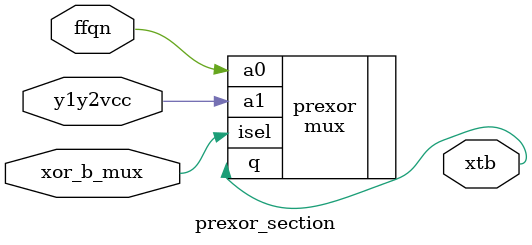
<source format=v>
`include "mux.v"

module prexor_section(
  input xor_b_mux,
  input y1y2vcc, ffqn,
  output xtb
);
  mux prexor(
    .isel(xor_b_mux),
    .a0(ffqn),
    .a1(y1y2vcc),
    .q(xtb)
  );

endmodule

</source>
